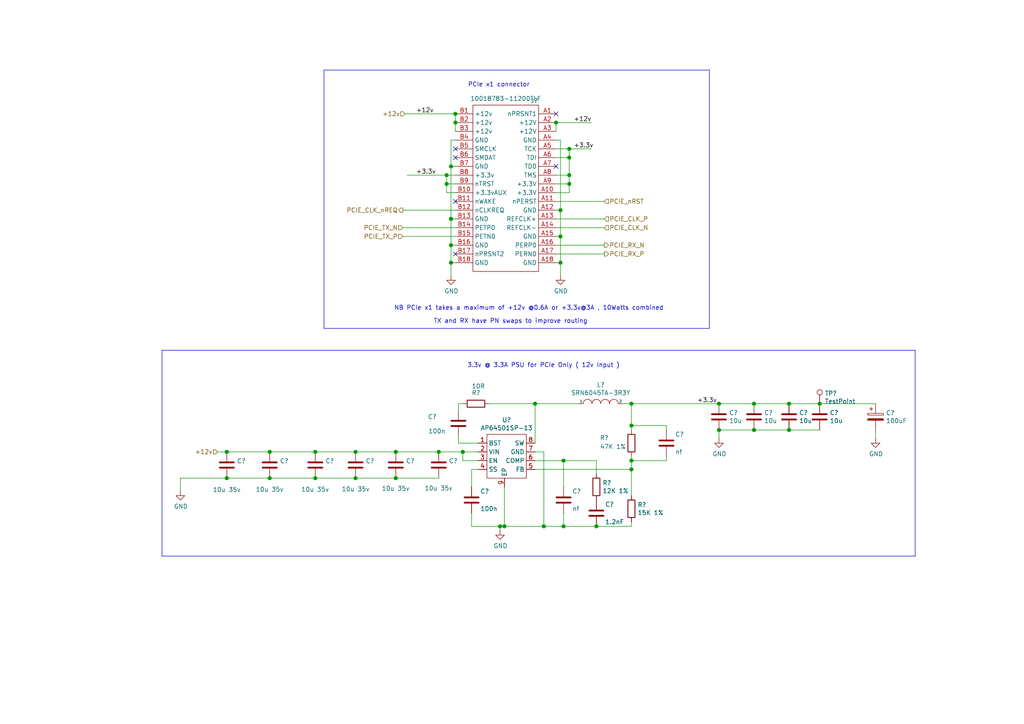
<source format=kicad_sch>
(kicad_sch (version 20201015) (generator eeschema)

  (page 1 1)

  (paper "A4")

  (title_block
    (title "Compute Module 4 IO Board - PCIe")
    (rev "1")
    (company "(c) Raspberry Pi Trading 2020")
    (comment 1 "www.raspberrypi.org")
  )

  (lib_symbols
    (symbol "CM4IO:AP64351" (in_bom yes) (on_board yes)
      (property "Reference" "U" (id 0) (at 0 8.89 0)
        (effects (font (size 1.27 1.27)))
      )
      (property "Value" "AP64351" (id 1) (at 1.27 6.35 0)
        (effects (font (size 1.27 1.27)))
      )
      (property "Footprint" "Package_SO:SOIC-8-1EP_3.9x4.9mm_P1.27mm_EP2.95x4.9mm_Mask2.71x3.4mm_ThermalVias" (id 2) (at 0 0 0)
        (effects (font (size 1.27 1.27)) hide)
      )
      (property "Datasheet" "" (id 3) (at 0 0 0)
        (effects (font (size 1.27 1.27)) hide)
      )
      (symbol "AP64351_0_1"
        (rectangle (start -5.08 5.08) (end 6.35 -7.62)
          (stroke (width 0)) (fill (type none))
        )
      )
      (symbol "AP64351_1_1"
        (pin passive line (at -7.62 2.54 0) (length 2.54)
          (name "BST" (effects (font (size 1.27 1.27))))
          (number "1" (effects (font (size 1.27 1.27))))
        )
        (pin power_in line (at -7.62 0 0) (length 2.54)
          (name "VIN" (effects (font (size 1.27 1.27))))
          (number "2" (effects (font (size 1.27 1.27))))
        )
        (pin input line (at -7.62 -2.54 0) (length 2.54)
          (name "EN" (effects (font (size 1.27 1.27))))
          (number "3" (effects (font (size 1.27 1.27))))
        )
        (pin input line (at -7.62 -5.08 0) (length 2.54)
          (name "SS" (effects (font (size 1.27 1.27))))
          (number "4" (effects (font (size 1.27 1.27))))
        )
        (pin input line (at 8.89 -5.08 180) (length 2.54)
          (name "FB" (effects (font (size 1.27 1.27))))
          (number "5" (effects (font (size 1.27 1.27))))
        )
        (pin input line (at 8.89 -2.54 180) (length 2.54)
          (name "COMP" (effects (font (size 1.27 1.27))))
          (number "6" (effects (font (size 1.27 1.27))))
        )
        (pin power_in line (at 8.89 0 180) (length 2.54)
          (name "GND" (effects (font (size 1.27 1.27))))
          (number "7" (effects (font (size 1.27 1.27))))
        )
        (pin output line (at 8.89 2.54 180) (length 2.54)
          (name "SW" (effects (font (size 1.27 1.27))))
          (number "8" (effects (font (size 1.27 1.27))))
        )
        (pin passive line (at 0 -10.16 90) (length 2.54)
          (name "EP" (effects (font (size 1.27 1.27))))
          (number "9" (effects (font (size 1.27 1.27))))
        )
      )
    )
    (symbol "CM4IO:PCIe-x1" (in_bom yes) (on_board yes)
      (property "Reference" "J" (id 0) (at -13.97 36.83 0)
        (effects (font (size 1.27 1.27)))
      )
      (property "Value" "PCIe-x1" (id 1) (at -5.08 -13.97 0)
        (effects (font (size 1.27 1.27)))
      )
      (property "Footprint" "" (id 2) (at 0 0 0)
        (effects (font (size 1.27 1.27)) hide)
      )
      (property "Datasheet" "" (id 3) (at 0 0 0)
        (effects (font (size 1.27 1.27)) hide)
      )
      (symbol "PCIe-x1_0_1"
        (rectangle (start -13.97 35.56) (end 5.08 -12.7)
          (stroke (width 0)) (fill (type none))
        )
      )
      (symbol "PCIe-x1_0_0"
        (pin passive line (at 10.16 33.02 180) (length 5.08)
          (name "nPRSNT1" (effects (font (size 1.27 1.27))))
          (number "A1" (effects (font (size 1.27 1.27))))
        )
        (pin power_in line (at 10.16 10.16 180) (length 5.08)
          (name "+3.3V" (effects (font (size 1.27 1.27))))
          (number "A10" (effects (font (size 1.27 1.27))))
        )
        (pin input line (at 10.16 7.62 180) (length 5.08)
          (name "nPERST" (effects (font (size 1.27 1.27))))
          (number "A11" (effects (font (size 1.27 1.27))))
        )
        (pin power_in line (at 10.16 5.08 180) (length 5.08)
          (name "GND" (effects (font (size 1.27 1.27))))
          (number "A12" (effects (font (size 1.27 1.27))))
        )
        (pin input line (at 10.16 2.54 180) (length 5.08)
          (name "REFCLK+" (effects (font (size 1.27 1.27))))
          (number "A13" (effects (font (size 1.27 1.27))))
        )
        (pin input line (at 10.16 0 180) (length 5.08)
          (name "REFCLK-" (effects (font (size 1.27 1.27))))
          (number "A14" (effects (font (size 1.27 1.27))))
        )
        (pin power_in line (at 10.16 -2.54 180) (length 5.08)
          (name "GND" (effects (font (size 1.27 1.27))))
          (number "A15" (effects (font (size 1.27 1.27))))
        )
        (pin output line (at 10.16 -5.08 180) (length 5.08)
          (name "PERP0" (effects (font (size 1.27 1.27))))
          (number "A16" (effects (font (size 1.27 1.27))))
        )
        (pin output line (at 10.16 -7.62 180) (length 5.08)
          (name "PERN0" (effects (font (size 1.27 1.27))))
          (number "A17" (effects (font (size 1.27 1.27))))
        )
        (pin power_in line (at 10.16 -10.16 180) (length 5.08)
          (name "GND" (effects (font (size 1.27 1.27))))
          (number "A18" (effects (font (size 1.27 1.27))))
        )
        (pin power_in line (at 10.16 30.48 180) (length 5.08)
          (name "+12V" (effects (font (size 1.27 1.27))))
          (number "A2" (effects (font (size 1.27 1.27))))
        )
        (pin power_in line (at 10.16 27.94 180) (length 5.08)
          (name "+12V" (effects (font (size 1.27 1.27))))
          (number "A3" (effects (font (size 1.27 1.27))))
        )
        (pin power_in line (at 10.16 25.4 180) (length 5.08)
          (name "GND" (effects (font (size 1.27 1.27))))
          (number "A4" (effects (font (size 1.27 1.27))))
        )
        (pin input line (at 10.16 22.86 180) (length 5.08)
          (name "TCK" (effects (font (size 1.27 1.27))))
          (number "A5" (effects (font (size 1.27 1.27))))
        )
        (pin input line (at 10.16 20.32 180) (length 5.08)
          (name "TDI" (effects (font (size 1.27 1.27))))
          (number "A6" (effects (font (size 1.27 1.27))))
        )
        (pin output line (at 10.16 17.78 180) (length 5.08)
          (name "TD0" (effects (font (size 1.27 1.27))))
          (number "A7" (effects (font (size 1.27 1.27))))
        )
        (pin input line (at 10.16 15.24 180) (length 5.08)
          (name "TMS" (effects (font (size 1.27 1.27))))
          (number "A8" (effects (font (size 1.27 1.27))))
        )
        (pin power_in line (at 10.16 12.7 180) (length 5.08)
          (name "+3.3V" (effects (font (size 1.27 1.27))))
          (number "A9" (effects (font (size 1.27 1.27))))
        )
        (pin power_in line (at -19.05 33.02 0) (length 5.08)
          (name "+12v" (effects (font (size 1.27 1.27))))
          (number "B1" (effects (font (size 1.27 1.27))))
        )
        (pin power_in line (at -19.05 10.16 0) (length 5.08)
          (name "+3.3vAUX" (effects (font (size 1.27 1.27))))
          (number "B10" (effects (font (size 1.27 1.27))))
        )
        (pin open_collector line (at -19.05 7.62 0) (length 5.08)
          (name "nWAKE" (effects (font (size 1.27 1.27))))
          (number "B11" (effects (font (size 1.27 1.27))))
        )
        (pin open_collector line (at -19.05 5.08 0) (length 5.08)
          (name "nCLKREQ" (effects (font (size 1.27 1.27))))
          (number "B12" (effects (font (size 1.27 1.27))))
        )
        (pin power_in line (at -19.05 2.54 0) (length 5.08)
          (name "GND" (effects (font (size 1.27 1.27))))
          (number "B13" (effects (font (size 1.27 1.27))))
        )
        (pin input line (at -19.05 0 0) (length 5.08)
          (name "PETP0" (effects (font (size 1.27 1.27))))
          (number "B14" (effects (font (size 1.27 1.27))))
        )
        (pin input line (at -19.05 -2.54 0) (length 5.08)
          (name "PETN0" (effects (font (size 1.27 1.27))))
          (number "B15" (effects (font (size 1.27 1.27))))
        )
        (pin power_in line (at -19.05 -5.08 0) (length 5.08)
          (name "GND" (effects (font (size 1.27 1.27))))
          (number "B16" (effects (font (size 1.27 1.27))))
        )
        (pin passive line (at -19.05 -7.62 0) (length 5.08)
          (name "nPRSNT2" (effects (font (size 1.27 1.27))))
          (number "B17" (effects (font (size 1.27 1.27))))
        )
        (pin power_in line (at -19.05 -10.16 0) (length 5.08)
          (name "GND" (effects (font (size 1.27 1.27))))
          (number "B18" (effects (font (size 1.27 1.27))))
        )
        (pin power_in line (at -19.05 30.48 0) (length 5.08)
          (name "+12v" (effects (font (size 1.27 1.27))))
          (number "B2" (effects (font (size 1.27 1.27))))
        )
        (pin power_in line (at -19.05 27.94 0) (length 5.08)
          (name "+12v" (effects (font (size 1.27 1.27))))
          (number "B3" (effects (font (size 1.27 1.27))))
        )
        (pin power_in line (at -19.05 25.4 0) (length 5.08)
          (name "GND" (effects (font (size 1.27 1.27))))
          (number "B4" (effects (font (size 1.27 1.27))))
        )
        (pin passive line (at -19.05 22.86 0) (length 5.08)
          (name "SMCLK" (effects (font (size 1.27 1.27))))
          (number "B5" (effects (font (size 1.27 1.27))))
        )
        (pin passive line (at -19.05 20.32 0) (length 5.08)
          (name "SMDAT" (effects (font (size 1.27 1.27))))
          (number "B6" (effects (font (size 1.27 1.27))))
        )
        (pin power_in line (at -19.05 17.78 0) (length 5.08)
          (name "GND" (effects (font (size 1.27 1.27))))
          (number "B7" (effects (font (size 1.27 1.27))))
        )
        (pin power_in line (at -19.05 15.24 0) (length 5.08)
          (name "+3.3v" (effects (font (size 1.27 1.27))))
          (number "B8" (effects (font (size 1.27 1.27))))
        )
        (pin input line (at -19.05 12.7 0) (length 5.08)
          (name "nTRST" (effects (font (size 1.27 1.27))))
          (number "B9" (effects (font (size 1.27 1.27))))
        )
      )
    )
    (symbol "Connector:TestPoint" (pin_numbers hide) (pin_names (offset 0.762) hide) (in_bom yes) (on_board yes)
      (property "Reference" "TP" (id 0) (at 0 6.858 0)
        (effects (font (size 1.27 1.27)))
      )
      (property "Value" "TestPoint" (id 1) (at 0 5.08 0)
        (effects (font (size 1.27 1.27)))
      )
      (property "Footprint" "" (id 2) (at 5.08 0 0)
        (effects (font (size 1.27 1.27)) hide)
      )
      (property "Datasheet" "~" (id 3) (at 5.08 0 0)
        (effects (font (size 1.27 1.27)) hide)
      )
      (property "ki_keywords" "test point tp" (id 4) (at 0 0 0)
        (effects (font (size 1.27 1.27)) hide)
      )
      (property "ki_description" "test point" (id 5) (at 0 0 0)
        (effects (font (size 1.27 1.27)) hide)
      )
      (property "ki_fp_filters" "Pin* Test*" (id 6) (at 0 0 0)
        (effects (font (size 1.27 1.27)) hide)
      )
      (symbol "TestPoint_0_1"
        (circle (center 0 3.302) (radius 0.762) (stroke (width 0)) (fill (type none)))
      )
      (symbol "TestPoint_1_1"
        (pin passive line (at 0 0 90) (length 2.54)
          (name "1" (effects (font (size 1.27 1.27))))
          (number "1" (effects (font (size 1.27 1.27))))
        )
      )
    )
    (symbol "Device:C" (pin_numbers hide) (pin_names (offset 0.254)) (in_bom yes) (on_board yes)
      (property "Reference" "C" (id 0) (at 0.635 2.54 0)
        (effects (font (size 1.27 1.27)) (justify left))
      )
      (property "Value" "C" (id 1) (at 0.635 -2.54 0)
        (effects (font (size 1.27 1.27)) (justify left))
      )
      (property "Footprint" "" (id 2) (at 0.9652 -3.81 0)
        (effects (font (size 1.27 1.27)) hide)
      )
      (property "Datasheet" "~" (id 3) (at 0 0 0)
        (effects (font (size 1.27 1.27)) hide)
      )
      (property "ki_keywords" "cap capacitor" (id 4) (at 0 0 0)
        (effects (font (size 1.27 1.27)) hide)
      )
      (property "ki_description" "Unpolarized capacitor" (id 5) (at 0 0 0)
        (effects (font (size 1.27 1.27)) hide)
      )
      (property "ki_fp_filters" "C_*" (id 6) (at 0 0 0)
        (effects (font (size 1.27 1.27)) hide)
      )
      (symbol "C_0_1"
        (polyline
          (pts
            (xy -2.032 -0.762)
            (xy 2.032 -0.762)
          )
          (stroke (width 0.508)) (fill (type none))
        )
        (polyline
          (pts
            (xy -2.032 0.762)
            (xy 2.032 0.762)
          )
          (stroke (width 0.508)) (fill (type none))
        )
      )
      (symbol "C_1_1"
        (pin passive line (at 0 3.81 270) (length 2.794)
          (name "~" (effects (font (size 1.27 1.27))))
          (number "1" (effects (font (size 1.27 1.27))))
        )
        (pin passive line (at 0 -3.81 90) (length 2.794)
          (name "~" (effects (font (size 1.27 1.27))))
          (number "2" (effects (font (size 1.27 1.27))))
        )
      )
    )
    (symbol "Device:CP" (pin_numbers hide) (pin_names (offset 0.254)) (in_bom yes) (on_board yes)
      (property "Reference" "C" (id 0) (at 0.635 2.54 0)
        (effects (font (size 1.27 1.27)) (justify left))
      )
      (property "Value" "CP" (id 1) (at 0.635 -2.54 0)
        (effects (font (size 1.27 1.27)) (justify left))
      )
      (property "Footprint" "" (id 2) (at 0.9652 -3.81 0)
        (effects (font (size 1.27 1.27)) hide)
      )
      (property "Datasheet" "~" (id 3) (at 0 0 0)
        (effects (font (size 1.27 1.27)) hide)
      )
      (property "ki_keywords" "cap capacitor" (id 4) (at 0 0 0)
        (effects (font (size 1.27 1.27)) hide)
      )
      (property "ki_description" "Polarized capacitor" (id 5) (at 0 0 0)
        (effects (font (size 1.27 1.27)) hide)
      )
      (property "ki_fp_filters" "CP_*" (id 6) (at 0 0 0)
        (effects (font (size 1.27 1.27)) hide)
      )
      (symbol "CP_0_1"
        (rectangle (start -2.286 0.508) (end 2.286 1.016)
          (stroke (width 0)) (fill (type none))
        )
        (rectangle (start 2.286 -0.508) (end -2.286 -1.016)
          (stroke (width 0)) (fill (type outline))
        )
        (polyline
          (pts
            (xy -1.778 2.286)
            (xy -0.762 2.286)
          )
          (stroke (width 0)) (fill (type none))
        )
        (polyline
          (pts
            (xy -1.27 2.794)
            (xy -1.27 1.778)
          )
          (stroke (width 0)) (fill (type none))
        )
      )
      (symbol "CP_1_1"
        (pin passive line (at 0 3.81 270) (length 2.794)
          (name "~" (effects (font (size 1.27 1.27))))
          (number "1" (effects (font (size 1.27 1.27))))
        )
        (pin passive line (at 0 -3.81 90) (length 2.794)
          (name "~" (effects (font (size 1.27 1.27))))
          (number "2" (effects (font (size 1.27 1.27))))
        )
      )
    )
    (symbol "Device:R" (pin_numbers hide) (pin_names (offset 0)) (in_bom yes) (on_board yes)
      (property "Reference" "R" (id 0) (at 2.032 0 90)
        (effects (font (size 1.27 1.27)))
      )
      (property "Value" "R" (id 1) (at 0 0 90)
        (effects (font (size 1.27 1.27)))
      )
      (property "Footprint" "" (id 2) (at -1.778 0 90)
        (effects (font (size 1.27 1.27)) hide)
      )
      (property "Datasheet" "~" (id 3) (at 0 0 0)
        (effects (font (size 1.27 1.27)) hide)
      )
      (property "ki_keywords" "R res resistor" (id 4) (at 0 0 0)
        (effects (font (size 1.27 1.27)) hide)
      )
      (property "ki_description" "Resistor" (id 5) (at 0 0 0)
        (effects (font (size 1.27 1.27)) hide)
      )
      (property "ki_fp_filters" "R_*" (id 6) (at 0 0 0)
        (effects (font (size 1.27 1.27)) hide)
      )
      (symbol "R_0_1"
        (rectangle (start -1.016 -2.54) (end 1.016 2.54)
          (stroke (width 0.254)) (fill (type none))
        )
      )
      (symbol "R_1_1"
        (pin passive line (at 0 3.81 270) (length 1.27)
          (name "~" (effects (font (size 1.27 1.27))))
          (number "1" (effects (font (size 1.27 1.27))))
        )
        (pin passive line (at 0 -3.81 90) (length 1.27)
          (name "~" (effects (font (size 1.27 1.27))))
          (number "2" (effects (font (size 1.27 1.27))))
        )
      )
    )
    (symbol "power:GND" (power) (pin_names (offset 0)) (in_bom yes) (on_board yes)
      (property "Reference" "#PWR" (id 0) (at 0 -6.35 0)
        (effects (font (size 1.27 1.27)) hide)
      )
      (property "Value" "GND" (id 1) (at 0 -3.81 0)
        (effects (font (size 1.27 1.27)))
      )
      (property "Footprint" "" (id 2) (at 0 0 0)
        (effects (font (size 1.27 1.27)) hide)
      )
      (property "Datasheet" "" (id 3) (at 0 0 0)
        (effects (font (size 1.27 1.27)) hide)
      )
      (property "ki_keywords" "power-flag" (id 4) (at 0 0 0)
        (effects (font (size 1.27 1.27)) hide)
      )
      (property "ki_description" "Power symbol creates a global label with name \"GND\" , ground" (id 5) (at 0 0 0)
        (effects (font (size 1.27 1.27)) hide)
      )
      (symbol "GND_0_1"
        (polyline
          (pts
            (xy 0 0)
            (xy 0 -1.27)
            (xy 1.27 -1.27)
            (xy 0 -2.54)
            (xy -1.27 -1.27)
            (xy 0 -1.27)
          )
          (stroke (width 0)) (fill (type none))
        )
      )
      (symbol "GND_1_1"
        (pin power_in line (at 0 0 270) (length 0) hide
          (name "GND" (effects (font (size 1.27 1.27))))
          (number "1" (effects (font (size 1.27 1.27))))
        )
      )
    )
    (symbol "pspice:INDUCTOR" (pin_numbers hide) (pin_names (offset 0)) (in_bom yes) (on_board yes)
      (property "Reference" "L" (id 0) (at 0 2.54 0)
        (effects (font (size 1.27 1.27)))
      )
      (property "Value" "INDUCTOR" (id 1) (at 0 -1.27 0)
        (effects (font (size 1.27 1.27)))
      )
      (property "Footprint" "" (id 2) (at 0 0 0)
        (effects (font (size 1.27 1.27)) hide)
      )
      (property "Datasheet" "~" (id 3) (at 0 0 0)
        (effects (font (size 1.27 1.27)) hide)
      )
      (property "ki_keywords" "simulation" (id 4) (at 0 0 0)
        (effects (font (size 1.27 1.27)) hide)
      )
      (property "ki_description" "Inductor symbol for simulation only" (id 5) (at 0 0 0)
        (effects (font (size 1.27 1.27)) hide)
      )
      (symbol "INDUCTOR_0_1"
        (arc (start -2.54 0) (end -5.08 0) (radius (at -3.81 0) (length 1.27) (angles 0.1 179.9))
          (stroke (width 0)) (fill (type none))
        )
        (arc (start 0 0) (end -2.54 0) (radius (at -1.27 0) (length 1.27) (angles 0.1 179.9))
          (stroke (width 0)) (fill (type none))
        )
        (arc (start 2.54 0) (end 0 0) (radius (at 1.27 0) (length 1.27) (angles 0.1 179.9))
          (stroke (width 0)) (fill (type none))
        )
        (arc (start 5.08 0) (end 2.54 0) (radius (at 3.81 0) (length 1.27) (angles 0.1 179.9))
          (stroke (width 0)) (fill (type none))
        )
      )
      (symbol "INDUCTOR_1_1"
        (pin input line (at -6.35 0 0) (length 1.27)
          (name "1" (effects (font (size 0.762 0.762))))
          (number "1" (effects (font (size 0.762 0.762))))
        )
        (pin input line (at 6.35 0 180) (length 1.27)
          (name "2" (effects (font (size 0.762 0.762))))
          (number "2" (effects (font (size 0.762 0.762))))
        )
      )
    )
  )

  (junction (at 65.786 131.064) (diameter 1.016) (color 0 0 0 0))
  (junction (at 65.786 138.684) (diameter 1.016) (color 0 0 0 0))
  (junction (at 78.232 131.064) (diameter 1.016) (color 0 0 0 0))
  (junction (at 78.232 138.684) (diameter 1.016) (color 0 0 0 0))
  (junction (at 91.44 131.064) (diameter 1.016) (color 0 0 0 0))
  (junction (at 91.44 138.684) (diameter 1.016) (color 0 0 0 0))
  (junction (at 103.124 131.064) (diameter 1.016) (color 0 0 0 0))
  (junction (at 103.124 138.684) (diameter 1.016) (color 0 0 0 0))
  (junction (at 114.808 131.064) (diameter 1.016) (color 0 0 0 0))
  (junction (at 114.808 138.684) (diameter 1.016) (color 0 0 0 0))
  (junction (at 127.254 131.064) (diameter 1.016) (color 0 0 0 0))
  (junction (at 129.54 50.8) (diameter 1.016) (color 0 0 0 0))
  (junction (at 129.54 53.34) (diameter 1.016) (color 0 0 0 0))
  (junction (at 130.81 48.26) (diameter 1.016) (color 0 0 0 0))
  (junction (at 130.81 63.5) (diameter 1.016) (color 0 0 0 0))
  (junction (at 130.81 71.12) (diameter 1.016) (color 0 0 0 0))
  (junction (at 130.81 76.2) (diameter 1.016) (color 0 0 0 0))
  (junction (at 132.08 33.02) (diameter 1.016) (color 0 0 0 0))
  (junction (at 132.08 35.56) (diameter 1.016) (color 0 0 0 0))
  (junction (at 134.239 131.064) (diameter 1.016) (color 0 0 0 0))
  (junction (at 145.034 152.654) (diameter 1.016) (color 0 0 0 0))
  (junction (at 146.304 152.654) (diameter 1.016) (color 0 0 0 0))
  (junction (at 155.194 117.094) (diameter 1.016) (color 0 0 0 0))
  (junction (at 157.734 152.654) (diameter 1.016) (color 0 0 0 0))
  (junction (at 161.29 35.56) (diameter 1.016) (color 0 0 0 0))
  (junction (at 162.56 60.96) (diameter 1.016) (color 0 0 0 0))
  (junction (at 162.56 68.58) (diameter 1.016) (color 0 0 0 0))
  (junction (at 162.56 76.2) (diameter 1.016) (color 0 0 0 0))
  (junction (at 163.449 133.604) (diameter 1.016) (color 0 0 0 0))
  (junction (at 163.449 152.654) (diameter 1.016) (color 0 0 0 0))
  (junction (at 165.1 43.18) (diameter 1.016) (color 0 0 0 0))
  (junction (at 165.1 45.72) (diameter 1.016) (color 0 0 0 0))
  (junction (at 165.1 50.8) (diameter 1.016) (color 0 0 0 0))
  (junction (at 165.1 53.34) (diameter 1.016) (color 0 0 0 0))
  (junction (at 172.974 152.654) (diameter 1.016) (color 0 0 0 0))
  (junction (at 183.134 117.094) (diameter 1.016) (color 0 0 0 0))
  (junction (at 183.134 123.444) (diameter 1.016) (color 0 0 0 0))
  (junction (at 183.134 133.604) (diameter 1.016) (color 0 0 0 0))
  (junction (at 183.134 136.144) (diameter 1.016) (color 0 0 0 0))
  (junction (at 208.534 117.094) (diameter 1.016) (color 0 0 0 0))
  (junction (at 208.534 124.714) (diameter 1.016) (color 0 0 0 0))
  (junction (at 218.694 117.094) (diameter 1.016) (color 0 0 0 0))
  (junction (at 218.694 124.714) (diameter 1.016) (color 0 0 0 0))
  (junction (at 228.854 117.094) (diameter 1.016) (color 0 0 0 0))
  (junction (at 228.854 124.714) (diameter 1.016) (color 0 0 0 0))
  (junction (at 237.744 117.094) (diameter 1.016) (color 0 0 0 0))

  (no_connect (at 132.08 43.18))
  (no_connect (at 161.29 33.02))
  (no_connect (at 132.08 58.42))
  (no_connect (at 132.08 73.66))
  (no_connect (at 132.08 45.72))
  (no_connect (at 161.29 48.26))

  (wire (pts (xy 52.324 138.684) (xy 52.324 142.494))
    (stroke (width 0) (type solid) (color 0 0 0 0))
  )
  (wire (pts (xy 52.324 138.684) (xy 65.786 138.684))
    (stroke (width 0) (type solid) (color 0 0 0 0))
  )
  (wire (pts (xy 63.119 131.064) (xy 65.786 131.064))
    (stroke (width 0) (type solid) (color 0 0 0 0))
  )
  (wire (pts (xy 65.786 131.064) (xy 78.232 131.064))
    (stroke (width 0) (type solid) (color 0 0 0 0))
  )
  (wire (pts (xy 65.786 138.684) (xy 78.232 138.684))
    (stroke (width 0) (type solid) (color 0 0 0 0))
  )
  (wire (pts (xy 78.232 131.064) (xy 91.44 131.064))
    (stroke (width 0) (type solid) (color 0 0 0 0))
  )
  (wire (pts (xy 78.232 138.684) (xy 91.44 138.684))
    (stroke (width 0) (type solid) (color 0 0 0 0))
  )
  (wire (pts (xy 91.44 131.064) (xy 103.124 131.064))
    (stroke (width 0) (type solid) (color 0 0 0 0))
  )
  (wire (pts (xy 91.44 138.684) (xy 103.124 138.684))
    (stroke (width 0) (type solid) (color 0 0 0 0))
  )
  (wire (pts (xy 103.124 131.064) (xy 114.808 131.064))
    (stroke (width 0) (type solid) (color 0 0 0 0))
  )
  (wire (pts (xy 103.124 138.684) (xy 114.808 138.684))
    (stroke (width 0) (type solid) (color 0 0 0 0))
  )
  (wire (pts (xy 114.808 131.064) (xy 127.254 131.064))
    (stroke (width 0) (type solid) (color 0 0 0 0))
  )
  (wire (pts (xy 114.808 138.684) (xy 127.254 138.684))
    (stroke (width 0) (type solid) (color 0 0 0 0))
  )
  (wire (pts (xy 117.475 33.02) (xy 132.08 33.02))
    (stroke (width 0) (type solid) (color 0 0 0 0))
  )
  (wire (pts (xy 118.11 50.8) (xy 129.54 50.8))
    (stroke (width 0) (type solid) (color 0 0 0 0))
  )
  (wire (pts (xy 127.254 131.064) (xy 134.239 131.064))
    (stroke (width 0) (type solid) (color 0 0 0 0))
  )
  (wire (pts (xy 129.54 50.8) (xy 129.54 53.34))
    (stroke (width 0) (type solid) (color 0 0 0 0))
  )
  (wire (pts (xy 129.54 50.8) (xy 132.08 50.8))
    (stroke (width 0) (type solid) (color 0 0 0 0))
  )
  (wire (pts (xy 129.54 53.34) (xy 129.54 55.88))
    (stroke (width 0) (type solid) (color 0 0 0 0))
  )
  (wire (pts (xy 129.54 53.34) (xy 132.08 53.34))
    (stroke (width 0) (type solid) (color 0 0 0 0))
  )
  (wire (pts (xy 129.54 55.88) (xy 132.08 55.88))
    (stroke (width 0) (type solid) (color 0 0 0 0))
  )
  (wire (pts (xy 130.81 40.64) (xy 130.81 48.26))
    (stroke (width 0) (type solid) (color 0 0 0 0))
  )
  (wire (pts (xy 130.81 48.26) (xy 130.81 63.5))
    (stroke (width 0) (type solid) (color 0 0 0 0))
  )
  (wire (pts (xy 130.81 63.5) (xy 130.81 71.12))
    (stroke (width 0) (type solid) (color 0 0 0 0))
  )
  (wire (pts (xy 130.81 71.12) (xy 130.81 76.2))
    (stroke (width 0) (type solid) (color 0 0 0 0))
  )
  (wire (pts (xy 130.81 76.2) (xy 130.81 80.01))
    (stroke (width 0) (type solid) (color 0 0 0 0))
  )
  (wire (pts (xy 130.81 76.2) (xy 132.08 76.2))
    (stroke (width 0) (type solid) (color 0 0 0 0))
  )
  (wire (pts (xy 132.08 35.56) (xy 132.08 33.02))
    (stroke (width 0) (type solid) (color 0 0 0 0))
  )
  (wire (pts (xy 132.08 38.1) (xy 132.08 35.56))
    (stroke (width 0) (type solid) (color 0 0 0 0))
  )
  (wire (pts (xy 132.08 40.64) (xy 130.81 40.64))
    (stroke (width 0) (type solid) (color 0 0 0 0))
  )
  (wire (pts (xy 132.08 48.26) (xy 130.81 48.26))
    (stroke (width 0) (type solid) (color 0 0 0 0))
  )
  (wire (pts (xy 132.08 60.96) (xy 116.84 60.96))
    (stroke (width 0) (type solid) (color 0 0 0 0))
  )
  (wire (pts (xy 132.08 63.5) (xy 130.81 63.5))
    (stroke (width 0) (type solid) (color 0 0 0 0))
  )
  (wire (pts (xy 132.08 66.04) (xy 116.84 66.04))
    (stroke (width 0) (type solid) (color 0 0 0 0))
  )
  (wire (pts (xy 132.08 68.58) (xy 116.84 68.58))
    (stroke (width 0) (type solid) (color 0 0 0 0))
  )
  (wire (pts (xy 132.08 71.12) (xy 130.81 71.12))
    (stroke (width 0) (type solid) (color 0 0 0 0))
  )
  (wire (pts (xy 132.969 117.094) (xy 134.239 117.094))
    (stroke (width 0) (type solid) (color 0 0 0 0))
  )
  (wire (pts (xy 132.969 118.999) (xy 132.969 117.094))
    (stroke (width 0) (type solid) (color 0 0 0 0))
  )
  (wire (pts (xy 132.969 126.619) (xy 132.969 128.524))
    (stroke (width 0) (type solid) (color 0 0 0 0))
  )
  (wire (pts (xy 132.969 128.524) (xy 138.684 128.524))
    (stroke (width 0) (type solid) (color 0 0 0 0))
  )
  (wire (pts (xy 134.239 131.064) (xy 134.239 133.604))
    (stroke (width 0) (type solid) (color 0 0 0 0))
  )
  (wire (pts (xy 134.239 131.064) (xy 138.684 131.064))
    (stroke (width 0) (type solid) (color 0 0 0 0))
  )
  (wire (pts (xy 134.239 133.604) (xy 138.684 133.604))
    (stroke (width 0) (type solid) (color 0 0 0 0))
  )
  (wire (pts (xy 136.779 136.144) (xy 136.779 141.224))
    (stroke (width 0) (type solid) (color 0 0 0 0))
  )
  (wire (pts (xy 136.779 148.844) (xy 136.779 152.654))
    (stroke (width 0) (type solid) (color 0 0 0 0))
  )
  (wire (pts (xy 136.779 152.654) (xy 145.034 152.654))
    (stroke (width 0) (type solid) (color 0 0 0 0))
  )
  (wire (pts (xy 138.684 136.144) (xy 136.779 136.144))
    (stroke (width 0) (type solid) (color 0 0 0 0))
  )
  (wire (pts (xy 141.859 117.094) (xy 155.194 117.094))
    (stroke (width 0) (type solid) (color 0 0 0 0))
  )
  (wire (pts (xy 145.034 152.654) (xy 146.304 152.654))
    (stroke (width 0) (type solid) (color 0 0 0 0))
  )
  (wire (pts (xy 145.034 153.924) (xy 145.034 152.654))
    (stroke (width 0) (type solid) (color 0 0 0 0))
  )
  (wire (pts (xy 146.304 141.224) (xy 146.304 152.654))
    (stroke (width 0) (type solid) (color 0 0 0 0))
  )
  (wire (pts (xy 146.304 152.654) (xy 157.734 152.654))
    (stroke (width 0) (type solid) (color 0 0 0 0))
  )
  (wire (pts (xy 155.194 117.094) (xy 155.194 128.524))
    (stroke (width 0) (type solid) (color 0 0 0 0))
  )
  (wire (pts (xy 155.194 117.094) (xy 167.894 117.094))
    (stroke (width 0) (type solid) (color 0 0 0 0))
  )
  (wire (pts (xy 155.194 131.064) (xy 157.734 131.064))
    (stroke (width 0) (type solid) (color 0 0 0 0))
  )
  (wire (pts (xy 155.194 133.604) (xy 163.449 133.604))
    (stroke (width 0) (type solid) (color 0 0 0 0))
  )
  (wire (pts (xy 155.194 136.144) (xy 183.134 136.144))
    (stroke (width 0) (type solid) (color 0 0 0 0))
  )
  (wire (pts (xy 157.734 131.064) (xy 157.734 152.654))
    (stroke (width 0) (type solid) (color 0 0 0 0))
  )
  (wire (pts (xy 157.734 152.654) (xy 163.449 152.654))
    (stroke (width 0) (type solid) (color 0 0 0 0))
  )
  (wire (pts (xy 161.29 35.56) (xy 171.45 35.56))
    (stroke (width 0) (type solid) (color 0 0 0 0))
  )
  (wire (pts (xy 161.29 38.1) (xy 161.29 35.56))
    (stroke (width 0) (type solid) (color 0 0 0 0))
  )
  (wire (pts (xy 161.29 40.64) (xy 162.56 40.64))
    (stroke (width 0) (type solid) (color 0 0 0 0))
  )
  (wire (pts (xy 161.29 43.18) (xy 165.1 43.18))
    (stroke (width 0) (type solid) (color 0 0 0 0))
  )
  (wire (pts (xy 161.29 45.72) (xy 165.1 45.72))
    (stroke (width 0) (type solid) (color 0 0 0 0))
  )
  (wire (pts (xy 161.29 50.8) (xy 165.1 50.8))
    (stroke (width 0) (type solid) (color 0 0 0 0))
  )
  (wire (pts (xy 161.29 53.34) (xy 165.1 53.34))
    (stroke (width 0) (type solid) (color 0 0 0 0))
  )
  (wire (pts (xy 161.29 55.88) (xy 165.1 55.88))
    (stroke (width 0) (type solid) (color 0 0 0 0))
  )
  (wire (pts (xy 161.29 58.42) (xy 175.26 58.42))
    (stroke (width 0) (type solid) (color 0 0 0 0))
  )
  (wire (pts (xy 161.29 60.96) (xy 162.56 60.96))
    (stroke (width 0) (type solid) (color 0 0 0 0))
  )
  (wire (pts (xy 161.29 63.5) (xy 175.26 63.5))
    (stroke (width 0) (type solid) (color 0 0 0 0))
  )
  (wire (pts (xy 161.29 66.04) (xy 175.26 66.04))
    (stroke (width 0) (type solid) (color 0 0 0 0))
  )
  (wire (pts (xy 161.29 68.58) (xy 162.56 68.58))
    (stroke (width 0) (type solid) (color 0 0 0 0))
  )
  (wire (pts (xy 161.29 71.12) (xy 175.26 71.12))
    (stroke (width 0) (type solid) (color 0 0 0 0))
  )
  (wire (pts (xy 161.29 73.66) (xy 175.26 73.66))
    (stroke (width 0) (type solid) (color 0 0 0 0))
  )
  (wire (pts (xy 162.56 40.64) (xy 162.56 60.96))
    (stroke (width 0) (type solid) (color 0 0 0 0))
  )
  (wire (pts (xy 162.56 60.96) (xy 162.56 68.58))
    (stroke (width 0) (type solid) (color 0 0 0 0))
  )
  (wire (pts (xy 162.56 68.58) (xy 162.56 76.2))
    (stroke (width 0) (type solid) (color 0 0 0 0))
  )
  (wire (pts (xy 162.56 76.2) (xy 161.29 76.2))
    (stroke (width 0) (type solid) (color 0 0 0 0))
  )
  (wire (pts (xy 162.56 76.2) (xy 162.56 80.01))
    (stroke (width 0) (type solid) (color 0 0 0 0))
  )
  (wire (pts (xy 163.449 133.604) (xy 163.449 141.224))
    (stroke (width 0) (type solid) (color 0 0 0 0))
  )
  (wire (pts (xy 163.449 133.604) (xy 172.974 133.604))
    (stroke (width 0) (type solid) (color 0 0 0 0))
  )
  (wire (pts (xy 163.449 148.844) (xy 163.449 152.654))
    (stroke (width 0) (type solid) (color 0 0 0 0))
  )
  (wire (pts (xy 163.449 152.654) (xy 172.974 152.654))
    (stroke (width 0) (type solid) (color 0 0 0 0))
  )
  (wire (pts (xy 165.1 43.18) (xy 165.1 45.72))
    (stroke (width 0) (type solid) (color 0 0 0 0))
  )
  (wire (pts (xy 165.1 43.18) (xy 171.45 43.18))
    (stroke (width 0) (type solid) (color 0 0 0 0))
  )
  (wire (pts (xy 165.1 45.72) (xy 165.1 50.8))
    (stroke (width 0) (type solid) (color 0 0 0 0))
  )
  (wire (pts (xy 165.1 50.8) (xy 165.1 53.34))
    (stroke (width 0) (type solid) (color 0 0 0 0))
  )
  (wire (pts (xy 165.1 55.88) (xy 165.1 53.34))
    (stroke (width 0) (type solid) (color 0 0 0 0))
  )
  (wire (pts (xy 172.974 137.414) (xy 172.974 133.604))
    (stroke (width 0) (type solid) (color 0 0 0 0))
  )
  (wire (pts (xy 172.974 152.654) (xy 183.134 152.654))
    (stroke (width 0) (type solid) (color 0 0 0 0))
  )
  (wire (pts (xy 180.594 117.094) (xy 183.134 117.094))
    (stroke (width 0) (type solid) (color 0 0 0 0))
  )
  (wire (pts (xy 183.134 117.094) (xy 183.134 123.444))
    (stroke (width 0) (type solid) (color 0 0 0 0))
  )
  (wire (pts (xy 183.134 117.094) (xy 208.534 117.094))
    (stroke (width 0) (type solid) (color 0 0 0 0))
  )
  (wire (pts (xy 183.134 123.444) (xy 183.134 124.714))
    (stroke (width 0) (type solid) (color 0 0 0 0))
  )
  (wire (pts (xy 183.134 123.444) (xy 193.294 123.444))
    (stroke (width 0) (type solid) (color 0 0 0 0))
  )
  (wire (pts (xy 183.134 132.334) (xy 183.134 133.604))
    (stroke (width 0) (type solid) (color 0 0 0 0))
  )
  (wire (pts (xy 183.134 133.604) (xy 183.134 136.144))
    (stroke (width 0) (type solid) (color 0 0 0 0))
  )
  (wire (pts (xy 183.134 133.604) (xy 193.294 133.604))
    (stroke (width 0) (type solid) (color 0 0 0 0))
  )
  (wire (pts (xy 183.134 136.144) (xy 183.134 143.764))
    (stroke (width 0) (type solid) (color 0 0 0 0))
  )
  (wire (pts (xy 183.134 152.654) (xy 183.134 151.384))
    (stroke (width 0) (type solid) (color 0 0 0 0))
  )
  (wire (pts (xy 193.294 123.444) (xy 193.294 124.714))
    (stroke (width 0) (type solid) (color 0 0 0 0))
  )
  (wire (pts (xy 193.294 133.604) (xy 193.294 132.334))
    (stroke (width 0) (type solid) (color 0 0 0 0))
  )
  (wire (pts (xy 208.534 117.094) (xy 218.694 117.094))
    (stroke (width 0) (type solid) (color 0 0 0 0))
  )
  (wire (pts (xy 208.534 124.714) (xy 208.534 127.254))
    (stroke (width 0) (type solid) (color 0 0 0 0))
  )
  (wire (pts (xy 218.694 117.094) (xy 228.854 117.094))
    (stroke (width 0) (type solid) (color 0 0 0 0))
  )
  (wire (pts (xy 218.694 124.714) (xy 208.534 124.714))
    (stroke (width 0) (type solid) (color 0 0 0 0))
  )
  (wire (pts (xy 228.854 117.094) (xy 237.744 117.094))
    (stroke (width 0) (type solid) (color 0 0 0 0))
  )
  (wire (pts (xy 228.854 124.714) (xy 218.694 124.714))
    (stroke (width 0) (type solid) (color 0 0 0 0))
  )
  (wire (pts (xy 237.744 117.094) (xy 253.9492 117.094))
    (stroke (width 0) (type solid) (color 0 0 0 0))
  )
  (wire (pts (xy 237.744 124.714) (xy 228.854 124.714))
    (stroke (width 0) (type solid) (color 0 0 0 0))
  )
  (wire (pts (xy 253.9492 124.714) (xy 253.9492 127.254))
    (stroke (width 0) (type solid) (color 0 0 0 0))
  )
  (polyline (pts (xy 46.99 101.6) (xy 46.99 161.29))
    (stroke (width 0) (type solid) (color 0 0 0 0))
  )
  (polyline (pts (xy 46.99 101.6) (xy 265.43 101.6))
    (stroke (width 0) (type solid) (color 0 0 0 0))
  )
  (polyline (pts (xy 93.98 20.32) (xy 205.74 20.32))
    (stroke (width 0) (type solid) (color 0 0 0 0))
  )
  (polyline (pts (xy 93.98 95.25) (xy 93.98 20.32))
    (stroke (width 0) (type solid) (color 0 0 0 0))
  )
  (polyline (pts (xy 205.74 20.32) (xy 205.74 95.25))
    (stroke (width 0) (type solid) (color 0 0 0 0))
  )
  (polyline (pts (xy 205.74 95.25) (xy 93.98 95.25))
    (stroke (width 0) (type solid) (color 0 0 0 0))
  )
  (polyline (pts (xy 265.43 101.6) (xy 265.43 161.29))
    (stroke (width 0) (type solid) (color 0 0 0 0))
  )
  (polyline (pts (xy 265.43 161.29) (xy 46.99 161.29))
    (stroke (width 0) (type solid) (color 0 0 0 0))
  )

  (text "NB PCIe x1 takes a maximum of +12v @0.6A or +3.3v@3A , 10Watts combined"
    (at 114.3 90.17 0)
    (effects (font (size 1.27 1.27)) (justify left bottom))
  )
  (text "TX and RX have PN swaps to improve routing\n" (at 125.73 93.98 0)
    (effects (font (size 1.27 1.27)) (justify left bottom))
  )
  (text "3.3v @ 3.3A PSU for PCIe Only ( 12v Input )\n\n" (at 135.509 108.839 0)
    (effects (font (size 1.27 1.27)) (justify left bottom))
  )
  (text "PCIe x1 connector" (at 153.67 25.4 180)
    (effects (font (size 1.27 1.27)) (justify right bottom))
  )

  (label "+12v" (at 120.65 33.02 0)
    (effects (font (size 1.27 1.27)) (justify left bottom))
  )
  (label "+3.3v" (at 120.65 50.8 0)
    (effects (font (size 1.27 1.27)) (justify left bottom))
  )
  (label "+12v" (at 166.37 35.56 0)
    (effects (font (size 1.27 1.27)) (justify left bottom))
  )
  (label "+3.3v" (at 166.37 43.18 0)
    (effects (font (size 1.27 1.27)) (justify left bottom))
  )
  (label "+3.3v" (at 202.184 117.094 0)
    (effects (font (size 1.27 1.27)) (justify left bottom))
  )

  (hierarchical_label "+12v" (shape input) (at 63.119 131.064 180)
    (effects (font (size 1.27 1.27)) (justify right))
  )
  (hierarchical_label "PCIE_CLK_nREQ" (shape output) (at 116.84 60.96 180)
    (effects (font (size 1.27 1.27)) (justify right))
  )
  (hierarchical_label "PCIE_TX_N" (shape input) (at 116.84 66.04 180)
    (effects (font (size 1.27 1.27)) (justify right))
  )
  (hierarchical_label "PCIE_TX_P" (shape input) (at 116.84 68.58 180)
    (effects (font (size 1.27 1.27)) (justify right))
  )
  (hierarchical_label "+12v" (shape input) (at 117.475 33.02 180)
    (effects (font (size 1.27 1.27)) (justify right))
  )
  (hierarchical_label "PCIE_nRST" (shape input) (at 175.26 58.42 0)
    (effects (font (size 1.27 1.27)) (justify left))
  )
  (hierarchical_label "PCIE_CLK_P" (shape input) (at 175.26 63.5 0)
    (effects (font (size 1.27 1.27)) (justify left))
  )
  (hierarchical_label "PCIE_CLK_N" (shape input) (at 175.26 66.04 0)
    (effects (font (size 1.27 1.27)) (justify left))
  )
  (hierarchical_label "PCIE_RX_N" (shape output) (at 175.26 71.12 0)
    (effects (font (size 1.27 1.27)) (justify left))
  )
  (hierarchical_label "PCIE_RX_P" (shape output) (at 175.26 73.66 0)
    (effects (font (size 1.27 1.27)) (justify left))
  )

  (symbol (lib_id "Connector:TestPoint") (at 237.744 117.094 0) (unit 1)
    (in_bom yes) (on_board yes)
    (uuid "00000000-0000-0000-0000-00005e591faa")
    (property "Reference" "TP?" (id 0) (at 239.2172 114.0968 0)
      (effects (font (size 1.27 1.27)) (justify left))
    )
    (property "Value" "TestPoint" (id 1) (at 239.2172 116.4082 0)
      (effects (font (size 1.27 1.27)) (justify left))
    )
    (property "Footprint" "TestPoint:TestPoint_Pad_2.0x2.0mm" (id 2) (at 242.824 117.094 0)
      (effects (font (size 1.27 1.27)) hide)
    )
    (property "Datasheet" "" (id 3) (at 242.824 117.094 0)
      (effects (font (size 1.27 1.27)) hide)
    )
    (property "Field4" "nf" (id 4) (at 237.744 117.094 0)
      (effects (font (size 1.27 1.27)) hide)
    )
    (property "Field5" "nf" (id 5) (at 237.744 117.094 0)
      (effects (font (size 1.27 1.27)) hide)
    )
    (property "Field6" "nf" (id 6) (at 237.744 117.094 0)
      (effects (font (size 1.27 1.27)) hide)
    )
    (property "Field7" "nf" (id 7) (at 237.744 117.094 0)
      (effects (font (size 1.27 1.27)) hide)
    )
  )

  (symbol (lib_id "power:GND") (at 52.324 142.494 0) (unit 1)
    (in_bom yes) (on_board yes)
    (uuid "00000000-0000-0000-0000-00005d2a86bc")
    (property "Reference" "#PWR?" (id 0) (at 52.324 148.844 0)
      (effects (font (size 1.27 1.27)) hide)
    )
    (property "Value" "GND" (id 1) (at 52.451 146.8882 0))
    (property "Footprint" "" (id 2) (at 52.324 142.494 0)
      (effects (font (size 1.27 1.27)) hide)
    )
    (property "Datasheet" "" (id 3) (at 52.324 142.494 0)
      (effects (font (size 1.27 1.27)) hide)
    )
  )

  (symbol (lib_id "power:GND") (at 130.81 80.01 0) (unit 1)
    (in_bom yes) (on_board yes)
    (uuid "00000000-0000-0000-0000-00005d08bc2b")
    (property "Reference" "#PWR?" (id 0) (at 130.81 86.36 0)
      (effects (font (size 1.27 1.27)) hide)
    )
    (property "Value" "GND" (id 1) (at 130.937 84.4042 0))
    (property "Footprint" "" (id 2) (at 130.81 80.01 0)
      (effects (font (size 1.27 1.27)) hide)
    )
    (property "Datasheet" "" (id 3) (at 130.81 80.01 0)
      (effects (font (size 1.27 1.27)) hide)
    )
  )

  (symbol (lib_id "power:GND") (at 145.034 153.924 0) (unit 1)
    (in_bom yes) (on_board yes)
    (uuid "00000000-0000-0000-0000-00005e489f64")
    (property "Reference" "#PWR?" (id 0) (at 145.034 160.274 0)
      (effects (font (size 1.27 1.27)) hide)
    )
    (property "Value" "GND" (id 1) (at 145.161 158.3182 0))
    (property "Footprint" "" (id 2) (at 145.034 153.924 0)
      (effects (font (size 1.27 1.27)) hide)
    )
    (property "Datasheet" "" (id 3) (at 145.034 153.924 0)
      (effects (font (size 1.27 1.27)) hide)
    )
  )

  (symbol (lib_id "power:GND") (at 162.56 80.01 0) (unit 1)
    (in_bom yes) (on_board yes)
    (uuid "00000000-0000-0000-0000-00005d338c24")
    (property "Reference" "#PWR?" (id 0) (at 162.56 86.36 0)
      (effects (font (size 1.27 1.27)) hide)
    )
    (property "Value" "GND" (id 1) (at 162.687 84.4042 0))
    (property "Footprint" "" (id 2) (at 162.56 80.01 0)
      (effects (font (size 1.27 1.27)) hide)
    )
    (property "Datasheet" "" (id 3) (at 162.56 80.01 0)
      (effects (font (size 1.27 1.27)) hide)
    )
  )

  (symbol (lib_id "power:GND") (at 208.534 127.254 0) (unit 1)
    (in_bom yes) (on_board yes)
    (uuid "00000000-0000-0000-0000-00005e50d5fe")
    (property "Reference" "#PWR?" (id 0) (at 208.534 133.604 0)
      (effects (font (size 1.27 1.27)) hide)
    )
    (property "Value" "GND" (id 1) (at 208.661 131.6482 0))
    (property "Footprint" "" (id 2) (at 208.534 127.254 0)
      (effects (font (size 1.27 1.27)) hide)
    )
    (property "Datasheet" "" (id 3) (at 208.534 127.254 0)
      (effects (font (size 1.27 1.27)) hide)
    )
  )

  (symbol (lib_id "power:GND") (at 253.9492 127.254 0) (unit 1)
    (in_bom yes) (on_board yes)
    (uuid "36f92306-8078-43b8-b200-c08703b2f777")
    (property "Reference" "#PWR?" (id 0) (at 253.9492 133.604 0)
      (effects (font (size 1.27 1.27)) hide)
    )
    (property "Value" "GND" (id 1) (at 254.0762 131.6482 0))
    (property "Footprint" "" (id 2) (at 253.9492 127.254 0)
      (effects (font (size 1.27 1.27)) hide)
    )
    (property "Datasheet" "" (id 3) (at 253.9492 127.254 0)
      (effects (font (size 1.27 1.27)) hide)
    )
  )

  (symbol (lib_id "Device:R") (at 138.049 117.094 270) (unit 1)
    (in_bom yes) (on_board yes)
    (uuid "00000000-0000-0000-0000-00005e489f79")
    (property "Reference" "R?" (id 0) (at 136.779 113.919 90)
      (effects (font (size 1.27 1.27)) (justify left))
    )
    (property "Value" "10R" (id 1) (at 136.779 112.014 90)
      (effects (font (size 1.27 1.27)) (justify left))
    )
    (property "Footprint" "Resistor_SMD:R_0402_1005Metric" (id 2) (at 138.049 115.316 90)
      (effects (font (size 1.27 1.27)) hide)
    )
    (property "Datasheet" "https://fscdn.rohm.com/en/products/databook/datasheet/passive/resistor/chip_resistor/mcr-e.pdf" (id 3) (at 138.049 117.094 0)
      (effects (font (size 1.27 1.27)) hide)
    )
    (property "Field4" "Farnell" (id 4) (at 138.049 117.094 0)
      (effects (font (size 1.27 1.27)) hide)
    )
    (property "Field5" "9238999" (id 5) (at 138.049 117.094 0)
      (effects (font (size 1.27 1.27)) hide)
    )
    (property "Field7" "Yageo" (id 6) (at 138.049 117.094 0)
      (effects (font (size 1.27 1.27)) hide)
    )
    (property "Field6" "RC0402FR-0710RL" (id 7) (at 138.049 117.094 0)
      (effects (font (size 1.27 1.27)) hide)
    )
    (property "Field8" "URES00256" (id 8) (at 138.049 117.094 0)
      (effects (font (size 1.27 1.27)) hide)
    )
    (property "Part Description" "Resistor 10R M1005 1% 63mW" (id 9) (at 138.049 117.094 0)
      (effects (font (size 1.27 1.27)) hide)
    )
  )

  (symbol (lib_id "Device:R") (at 172.974 141.224 0) (unit 1)
    (in_bom yes) (on_board yes)
    (uuid "00000000-0000-0000-0000-00005e4b7379")
    (property "Reference" "R?" (id 0) (at 174.752 140.0556 0)
      (effects (font (size 1.27 1.27)) (justify left))
    )
    (property "Value" "12K 1%" (id 1) (at 174.752 142.367 0)
      (effects (font (size 1.27 1.27)) (justify left))
    )
    (property "Footprint" "Resistor_SMD:R_0402_1005Metric" (id 2) (at 171.196 141.224 90)
      (effects (font (size 1.27 1.27)) hide)
    )
    (property "Datasheet" "https://fscdn.rohm.com/en/products/databook/datasheet/passive/resistor/chip_resistor/mcr-e.pdf" (id 3) (at 172.974 141.224 0)
      (effects (font (size 1.27 1.27)) hide)
    )
    (property "Field4" "Farnell" (id 4) (at 172.974 141.224 0)
      (effects (font (size 1.27 1.27)) hide)
    )
    (property "Field5" "9239367" (id 5) (at 172.974 141.224 0)
      (effects (font (size 1.27 1.27)) hide)
    )
    (property "Field7" "Rohm" (id 6) (at 172.974 141.224 0)
      (effects (font (size 1.27 1.27)) hide)
    )
    (property "Field6" "MCR01MZPF1202" (id 7) (at 172.974 141.224 0)
      (effects (font (size 1.27 1.27)) hide)
    )
    (property "Part Description" "Resistor 12K M1005 1% 63mW" (id 8) (at 172.974 141.224 0)
      (effects (font (size 1.27 1.27)) hide)
    )
  )

  (symbol (lib_id "Device:R") (at 183.134 128.524 0) (unit 1)
    (in_bom yes) (on_board yes)
    (uuid "00000000-0000-0000-0000-00005e4be298")
    (property "Reference" "R?" (id 0) (at 173.99 127 0)
      (effects (font (size 1.27 1.27)) (justify left))
    )
    (property "Value" "47K 1%" (id 1) (at 173.99 129.54 0)
      (effects (font (size 1.27 1.27)) (justify left))
    )
    (property "Footprint" "Resistor_SMD:R_0402_1005Metric" (id 2) (at 181.356 128.524 90)
      (effects (font (size 1.27 1.27)) hide)
    )
    (property "Datasheet" "https://fscdn.rohm.com/en/products/databook/datasheet/passive/resistor/chip_resistor/mcr-e.pdf" (id 3) (at 183.134 128.524 0)
      (effects (font (size 1.27 1.27)) hide)
    )
    (property "Field4" "Farnell" (id 4) (at 183.134 128.524 0)
      (effects (font (size 1.27 1.27)) hide)
    )
    (property "Field5" "9239430" (id 5) (at 183.134 128.524 0)
      (effects (font (size 1.27 1.27)) hide)
    )
    (property "Field7" "KOA EUROPE GMBH" (id 6) (at 183.134 128.524 0)
      (effects (font (size 1.27 1.27)) hide)
    )
    (property "Field6" "RK73G1ETQTP4702D  " (id 7) (at 183.134 128.524 0)
      (effects (font (size 1.27 1.27)) hide)
    )
    (property "Part Description" "Resistor 47K M1005 1% 63mW" (id 8) (at 183.134 128.524 0)
      (effects (font (size 1.27 1.27)) hide)
    )
    (property "Field8" "120892781" (id 9) (at 183.134 128.524 0)
      (effects (font (size 1.27 1.27)) hide)
    )
  )

  (symbol (lib_id "Device:R") (at 183.134 147.574 0) (unit 1)
    (in_bom yes) (on_board yes)
    (uuid "00000000-0000-0000-0000-00005e489e2a")
    (property "Reference" "R?" (id 0) (at 184.912 146.4056 0)
      (effects (font (size 1.27 1.27)) (justify left))
    )
    (property "Value" "15K 1%" (id 1) (at 184.912 148.717 0)
      (effects (font (size 1.27 1.27)) (justify left))
    )
    (property "Footprint" "Resistor_SMD:R_0402_1005Metric" (id 2) (at 181.356 147.574 90)
      (effects (font (size 1.27 1.27)) hide)
    )
    (property "Datasheet" "https://fscdn.rohm.com/en/products/databook/datasheet/passive/resistor/chip_resistor/mcr-e.pdf" (id 3) (at 183.134 147.574 0)
      (effects (font (size 1.27 1.27)) hide)
    )
    (property "Field4" "Farnell" (id 4) (at 183.134 147.574 0)
      (effects (font (size 1.27 1.27)) hide)
    )
    (property "Field5" "9239375" (id 5) (at 183.134 147.574 0)
      (effects (font (size 1.27 1.27)) hide)
    )
    (property "Field6" "MCR01MZPF1502" (id 6) (at 183.134 147.574 0)
      (effects (font (size 1.27 1.27)) hide)
    )
    (property "Field7" "Rohm" (id 7) (at 183.134 147.574 0)
      (effects (font (size 1.27 1.27)) hide)
    )
    (property "Part Description" "Resistor 15K M1005 1% 63mW" (id 8) (at 183.134 147.574 0)
      (effects (font (size 1.27 1.27)) hide)
    )
    (property "Field8" "120891581" (id 9) (at 183.134 147.574 0)
      (effects (font (size 1.27 1.27)) hide)
    )
  )

  (symbol (lib_id "pspice:INDUCTOR") (at 174.244 117.094 0) (unit 1)
    (in_bom yes) (on_board yes)
    (uuid "00000000-0000-0000-0000-00005e489fd5")
    (property "Reference" "L?" (id 0) (at 174.244 111.633 0))
    (property "Value" "SRN6045TA-3R3Y" (id 1) (at 174.244 113.9444 0))
    (property "Footprint" "Inductor_SMD:L_Bourns_SRN6045TA" (id 2) (at 174.244 117.094 0)
      (effects (font (size 1.27 1.27)) hide)
    )
    (property "Datasheet" "https://www.bourns.com/docs/Product-Datasheets/SRN6045TA.pdf" (id 3) (at 174.244 117.094 0)
      (effects (font (size 1.27 1.27)) hide)
    )
    (property "Field4" "Farnell" (id 4) (at 174.244 117.094 0)
      (effects (font (size 1.27 1.27)) hide)
    )
    (property "Field5" "2616889" (id 5) (at 174.244 117.094 0)
      (effects (font (size 1.27 1.27)) hide)
    )
    (property "Field6" "SRN6045TA-3R3Y" (id 6) (at 174.244 117.094 0)
      (effects (font (size 1.27 1.27)) hide)
    )
    (property "Field7" "Bourns" (id 7) (at 174.244 117.094 0)
      (effects (font (size 1.27 1.27)) hide)
    )
    (property "Part Description" "3.3µH Semi-Shielded Wirewound Inductor 7.8A 21mOhm Nonstandard" (id 8) (at 174.244 117.094 0)
      (effects (font (size 1.27 1.27)) hide)
    )
  )

  (symbol (lib_id "Device:C") (at 65.786 134.874 0) (unit 1)
    (in_bom yes) (on_board yes)
    (uuid "00000000-0000-0000-0000-00005eb7c833")
    (property "Reference" "C?" (id 0) (at 68.707 133.7056 0)
      (effects (font (size 1.27 1.27)) (justify left))
    )
    (property "Value" "10u 35v" (id 1) (at 61.6966 142.0368 0)
      (effects (font (size 1.27 1.27)) (justify left))
    )
    (property "Footprint" "Capacitor_SMD:C_0805_2012Metric" (id 2) (at 66.7512 138.684 0)
      (effects (font (size 1.27 1.27)) hide)
    )
    (property "Datasheet" "https://www.murata.com/en-global/products/productdetail.aspx?partno=GRM21BC8YA106ME11%23" (id 3) (at 65.786 134.874 0)
      (effects (font (size 1.27 1.27)) hide)
    )
    (property "Field5" "490-10505-1-ND" (id 4) (at 65.786 134.874 0)
      (effects (font (size 1.27 1.27)) hide)
    )
    (property "Field4" "Digikey" (id 5) (at 65.786 134.874 0)
      (effects (font (size 1.27 1.27)) hide)
    )
    (property "Field6" "GRM21BC8YA106KE11L " (id 6) (at 65.786 134.874 0)
      (effects (font (size 1.27 1.27)) hide)
    )
    (property "Field7" "Murata" (id 7) (at 65.786 134.874 0)
      (effects (font (size 1.27 1.27)) hide)
    )
    (property "Part Description" "	10uF 10% or 20% 35V Ceramic Capacitor X6S 0805 (2012 Metric)" (id 8) (at 65.786 134.874 0)
      (effects (font (size 1.27 1.27)) hide)
    )
    (property "Field8" "" (id 9) (at 65.786 134.874 0)
      (effects (font (size 1.27 1.27)) hide)
    )
  )

  (symbol (lib_id "Device:C") (at 78.232 134.874 0) (unit 1)
    (in_bom yes) (on_board yes)
    (uuid "00000000-0000-0000-0000-00005eb7b5fb")
    (property "Reference" "C?" (id 0) (at 81.153 133.7056 0)
      (effects (font (size 1.27 1.27)) (justify left))
    )
    (property "Value" "10u 35v" (id 1) (at 74.1426 141.9606 0)
      (effects (font (size 1.27 1.27)) (justify left))
    )
    (property "Footprint" "Capacitor_SMD:C_0805_2012Metric" (id 2) (at 79.1972 138.684 0)
      (effects (font (size 1.27 1.27)) hide)
    )
    (property "Datasheet" "https://www.murata.com/en-global/products/productdetail.aspx?partno=GRM21BC8YA106ME11%23" (id 3) (at 78.232 134.874 0)
      (effects (font (size 1.27 1.27)) hide)
    )
    (property "Field5" "490-10505-1-ND" (id 4) (at 78.232 134.874 0)
      (effects (font (size 1.27 1.27)) hide)
    )
    (property "Field4" "Digikey" (id 5) (at 78.232 134.874 0)
      (effects (font (size 1.27 1.27)) hide)
    )
    (property "Field6" "GRM21BC8YA106KE11L " (id 6) (at 78.232 134.874 0)
      (effects (font (size 1.27 1.27)) hide)
    )
    (property "Field7" "Murata" (id 7) (at 78.232 134.874 0)
      (effects (font (size 1.27 1.27)) hide)
    )
    (property "Part Description" "	10uF 10% or 20% 35V Ceramic Capacitor X6S 0805 (2012 Metric)" (id 8) (at 78.232 134.874 0)
      (effects (font (size 1.27 1.27)) hide)
    )
    (property "Field8" "" (id 9) (at 78.232 134.874 0)
      (effects (font (size 1.27 1.27)) hide)
    )
  )

  (symbol (lib_id "Device:C") (at 91.44 134.874 0) (unit 1)
    (in_bom yes) (on_board yes)
    (uuid "00000000-0000-0000-0000-00005eb7a15f")
    (property "Reference" "C?" (id 0) (at 94.361 133.7056 0)
      (effects (font (size 1.27 1.27)) (justify left))
    )
    (property "Value" "10u 35v" (id 1) (at 87.3252 141.9606 0)
      (effects (font (size 1.27 1.27)) (justify left))
    )
    (property "Footprint" "Capacitor_SMD:C_0805_2012Metric" (id 2) (at 92.4052 138.684 0)
      (effects (font (size 1.27 1.27)) hide)
    )
    (property "Datasheet" "https://www.murata.com/en-global/products/productdetail.aspx?partno=GRM21BC8YA106ME11%23" (id 3) (at 91.44 134.874 0)
      (effects (font (size 1.27 1.27)) hide)
    )
    (property "Field5" "490-10505-1-ND" (id 4) (at 91.44 134.874 0)
      (effects (font (size 1.27 1.27)) hide)
    )
    (property "Field4" "Digikey" (id 5) (at 91.44 134.874 0)
      (effects (font (size 1.27 1.27)) hide)
    )
    (property "Field6" "GRM21BC8YA106KE11L " (id 6) (at 91.44 134.874 0)
      (effects (font (size 1.27 1.27)) hide)
    )
    (property "Field7" "Murata" (id 7) (at 91.44 134.874 0)
      (effects (font (size 1.27 1.27)) hide)
    )
    (property "Part Description" "	10uF 10% or 20% 35V Ceramic Capacitor X6S 0805 (2012 Metric)" (id 8) (at 91.44 134.874 0)
      (effects (font (size 1.27 1.27)) hide)
    )
    (property "Field8" "" (id 9) (at 91.44 134.874 0)
      (effects (font (size 1.27 1.27)) hide)
    )
  )

  (symbol (lib_id "Device:C") (at 103.124 134.874 0) (unit 1)
    (in_bom yes) (on_board yes)
    (uuid "00000000-0000-0000-0000-00005eb79355")
    (property "Reference" "C?" (id 0) (at 106.045 133.7056 0)
      (effects (font (size 1.27 1.27)) (justify left))
    )
    (property "Value" "10u 35v" (id 1) (at 99.0854 141.8336 0)
      (effects (font (size 1.27 1.27)) (justify left))
    )
    (property "Footprint" "Capacitor_SMD:C_0805_2012Metric" (id 2) (at 104.0892 138.684 0)
      (effects (font (size 1.27 1.27)) hide)
    )
    (property "Datasheet" "https://www.murata.com/en-global/products/productdetail.aspx?partno=GRM21BC8YA106ME11%23" (id 3) (at 103.124 134.874 0)
      (effects (font (size 1.27 1.27)) hide)
    )
    (property "Field5" "490-10505-1-ND" (id 4) (at 103.124 134.874 0)
      (effects (font (size 1.27 1.27)) hide)
    )
    (property "Field4" "Digikey" (id 5) (at 103.124 134.874 0)
      (effects (font (size 1.27 1.27)) hide)
    )
    (property "Field6" "GRM21BC8YA106KE11L " (id 6) (at 103.124 134.874 0)
      (effects (font (size 1.27 1.27)) hide)
    )
    (property "Field7" "Murata" (id 7) (at 103.124 134.874 0)
      (effects (font (size 1.27 1.27)) hide)
    )
    (property "Part Description" "	10uF 10% or 20% 35V Ceramic Capacitor X6S 0805 (2012 Metric)" (id 8) (at 103.124 134.874 0)
      (effects (font (size 1.27 1.27)) hide)
    )
    (property "Field8" "" (id 9) (at 103.124 134.874 0)
      (effects (font (size 1.27 1.27)) hide)
    )
  )

  (symbol (lib_id "Device:C") (at 114.808 134.874 0) (unit 1)
    (in_bom yes) (on_board yes)
    (uuid "00000000-0000-0000-0000-00005eb78a39")
    (property "Reference" "C?" (id 0) (at 117.729 133.7056 0)
      (effects (font (size 1.27 1.27)) (justify left))
    )
    (property "Value" "10u 35v" (id 1) (at 110.6932 141.6812 0)
      (effects (font (size 1.27 1.27)) (justify left))
    )
    (property "Footprint" "Capacitor_SMD:C_0805_2012Metric" (id 2) (at 115.7732 138.684 0)
      (effects (font (size 1.27 1.27)) hide)
    )
    (property "Datasheet" "https://www.murata.com/en-global/products/productdetail.aspx?partno=GRM21BC8YA106ME11%23" (id 3) (at 114.808 134.874 0)
      (effects (font (size 1.27 1.27)) hide)
    )
    (property "Field5" "490-10505-1-ND" (id 4) (at 114.808 134.874 0)
      (effects (font (size 1.27 1.27)) hide)
    )
    (property "Field4" "Digikey" (id 5) (at 114.808 134.874 0)
      (effects (font (size 1.27 1.27)) hide)
    )
    (property "Field6" "GRM21BC8YA106KE11L " (id 6) (at 114.808 134.874 0)
      (effects (font (size 1.27 1.27)) hide)
    )
    (property "Field7" "Murata" (id 7) (at 114.808 134.874 0)
      (effects (font (size 1.27 1.27)) hide)
    )
    (property "Part Description" "	10uF 10% or 20% 35V Ceramic Capacitor X6S 0805 (2012 Metric)" (id 8) (at 114.808 134.874 0)
      (effects (font (size 1.27 1.27)) hide)
    )
    (property "Field8" "" (id 9) (at 114.808 134.874 0)
      (effects (font (size 1.27 1.27)) hide)
    )
  )

  (symbol (lib_id "Device:C") (at 127.254 134.874 0) (unit 1)
    (in_bom yes) (on_board yes)
    (uuid "00000000-0000-0000-0000-00005eb74fe8")
    (property "Reference" "C?" (id 0) (at 130.175 133.7056 0)
      (effects (font (size 1.27 1.27)) (justify left))
    )
    (property "Value" "10u 35v" (id 1) (at 123.1392 141.605 0)
      (effects (font (size 1.27 1.27)) (justify left))
    )
    (property "Footprint" "Capacitor_SMD:C_0805_2012Metric" (id 2) (at 128.2192 138.684 0)
      (effects (font (size 1.27 1.27)) hide)
    )
    (property "Datasheet" "https://www.murata.com/en-global/products/productdetail.aspx?partno=GRM21BC8YA106ME11%23" (id 3) (at 127.254 134.874 0)
      (effects (font (size 1.27 1.27)) hide)
    )
    (property "Field5" "490-10505-1-ND" (id 4) (at 127.254 134.874 0)
      (effects (font (size 1.27 1.27)) hide)
    )
    (property "Field4" "Digikey" (id 5) (at 127.254 134.874 0)
      (effects (font (size 1.27 1.27)) hide)
    )
    (property "Field6" "GRM21BC8YA106KE11L " (id 6) (at 127.254 134.874 0)
      (effects (font (size 1.27 1.27)) hide)
    )
    (property "Field7" "Murata" (id 7) (at 127.254 134.874 0)
      (effects (font (size 1.27 1.27)) hide)
    )
    (property "Part Description" "	10uF 10% or 20% 35V Ceramic Capacitor X6S 0805 (2012 Metric)" (id 8) (at 127.254 134.874 0)
      (effects (font (size 1.27 1.27)) hide)
    )
    (property "Field8" "" (id 9) (at 127.254 134.874 0)
      (effects (font (size 1.27 1.27)) hide)
    )
  )

  (symbol (lib_id "Device:C") (at 132.969 122.809 0) (unit 1)
    (in_bom yes) (on_board yes)
    (uuid "00000000-0000-0000-0000-00005e489ec9")
    (property "Reference" "C?" (id 0) (at 124.079 120.904 0)
      (effects (font (size 1.27 1.27)) (justify left))
    )
    (property "Value" "100n" (id 1) (at 124.2314 125.0696 0)
      (effects (font (size 1.27 1.27)) (justify left))
    )
    (property "Footprint" "Capacitor_SMD:C_0402_1005Metric" (id 2) (at 133.9342 126.619 0)
      (effects (font (size 1.27 1.27)) hide)
    )
    (property "Datasheet" "https://search.murata.co.jp/Ceramy/image/img/A01X/G101/ENG/GRM155R71C104KA88-01.pdf" (id 3) (at 132.969 122.809 0)
      (effects (font (size 1.27 1.27)) hide)
    )
    (property "Field4" "Farnell" (id 4) (at 132.969 122.809 0)
      (effects (font (size 1.27 1.27)) hide)
    )
    (property "Field5" "2611911" (id 5) (at 132.969 122.809 0)
      (effects (font (size 1.27 1.27)) hide)
    )
    (property "Field6" "RM EMK105 B7104KV-F" (id 6) (at 132.969 122.809 0)
      (effects (font (size 1.27 1.27)) hide)
    )
    (property "Field7" "TAIYO YUDEN EUROPE GMBH" (id 7) (at 132.969 122.809 0)
      (effects (font (size 1.27 1.27)) hide)
    )
    (property "Part Description" "	0.1uF 10% 16V Ceramic Capacitor X7R 0402 (1005 Metric)" (id 8) (at 132.969 122.809 0)
      (effects (font (size 1.27 1.27)) hide)
    )
    (property "Field8" "110091611" (id 9) (at 132.969 122.809 0)
      (effects (font (size 1.27 1.27)) hide)
    )
  )

  (symbol (lib_id "Device:C") (at 136.779 145.034 0) (unit 1)
    (in_bom yes) (on_board yes)
    (uuid "00000000-0000-0000-0000-00005e489eff")
    (property "Reference" "C?" (id 0) (at 139.319 142.494 0)
      (effects (font (size 1.27 1.27)) (justify left))
    )
    (property "Value" "100n" (id 1) (at 139.319 147.574 0)
      (effects (font (size 1.27 1.27)) (justify left))
    )
    (property "Footprint" "Capacitor_SMD:C_0402_1005Metric" (id 2) (at 137.7442 148.844 0)
      (effects (font (size 1.27 1.27)) hide)
    )
    (property "Datasheet" "https://search.murata.co.jp/Ceramy/image/img/A01X/G101/ENG/GRM155R71C104KA88-01.pdf" (id 3) (at 136.779 145.034 0)
      (effects (font (size 1.27 1.27)) hide)
    )
    (property "Field4" "Farnell" (id 4) (at 136.779 145.034 0)
      (effects (font (size 1.27 1.27)) hide)
    )
    (property "Field5" "2611911" (id 5) (at 136.779 145.034 0)
      (effects (font (size 1.27 1.27)) hide)
    )
    (property "Field6" "RM EMK105 B7104KV-F" (id 6) (at 136.779 145.034 0)
      (effects (font (size 1.27 1.27)) hide)
    )
    (property "Field7" "TAIYO YUDEN EUROPE GMBH" (id 7) (at 136.779 145.034 0)
      (effects (font (size 1.27 1.27)) hide)
    )
    (property "Part Description" "	0.1uF 10% 16V Ceramic Capacitor X7R 0402 (1005 Metric)" (id 8) (at 136.779 145.034 0)
      (effects (font (size 1.27 1.27)) hide)
    )
    (property "Field8" "110091611" (id 9) (at 136.779 145.034 0)
      (effects (font (size 1.27 1.27)) hide)
    )
  )

  (symbol (lib_id "Device:C") (at 163.449 145.034 0) (unit 1)
    (in_bom yes) (on_board yes)
    (uuid "00000000-0000-0000-0000-00005e489e7e")
    (property "Reference" "C?" (id 0) (at 165.989 142.494 0)
      (effects (font (size 1.27 1.27)) (justify left))
    )
    (property "Value" "nf" (id 1) (at 165.989 147.574 0)
      (effects (font (size 1.27 1.27)) (justify left))
    )
    (property "Footprint" "Capacitor_SMD:C_0402_1005Metric" (id 2) (at 164.4142 148.844 0)
      (effects (font (size 1.27 1.27)) hide)
    )
    (property "Datasheet" "" (id 3) (at 163.449 145.034 0)
      (effects (font (size 1.27 1.27)) hide)
    )
    (property "Field4" "" (id 4) (at 163.449 145.034 0)
      (effects (font (size 1.27 1.27)) hide)
    )
    (property "Field5" "" (id 5) (at 163.449 145.034 0)
      (effects (font (size 1.27 1.27)) hide)
    )
    (property "Field6" "" (id 6) (at 163.449 145.034 0)
      (effects (font (size 1.27 1.27)) hide)
    )
    (property "Field7" "" (id 7) (at 163.449 145.034 0)
      (effects (font (size 1.27 1.27)) hide)
    )
    (property "Part Description" "" (id 8) (at 163.449 145.034 0)
      (effects (font (size 1.27 1.27)) hide)
    )
  )

  (symbol (lib_id "Device:C") (at 172.974 148.844 0) (unit 1)
    (in_bom yes) (on_board yes)
    (uuid "00000000-0000-0000-0000-00005e489e44")
    (property "Reference" "C?" (id 0) (at 175.514 146.304 0)
      (effects (font (size 1.27 1.27)) (justify left))
    )
    (property "Value" "1.2nF" (id 1) (at 175.514 151.384 0)
      (effects (font (size 1.27 1.27)) (justify left))
    )
    (property "Footprint" "Capacitor_SMD:C_0402_1005Metric" (id 2) (at 173.9392 152.654 0)
      (effects (font (size 1.27 1.27)) hide)
    )
    (property "Datasheet" "http://www.farnell.com/datasheets/2734135.pdf?_ga=2.259347658.1738794919.1588350964-1787849031.1568210898&_gac=1.15394434.1588350964.EAIaIQobChMIgrHHs4yT6QIVxevtCh39TA_nEAAYASAAEgK8PfD_BwE" (id 3) (at 172.974 148.844 0)
      (effects (font (size 1.27 1.27)) hide)
    )
    (property "Field4" "Digikey" (id 4) (at 172.974 148.844 0)
      (effects (font (size 1.27 1.27)) hide)
    )
    (property "Field5" "490-16429-1-ND" (id 5) (at 172.974 148.844 0)
      (effects (font (size 1.27 1.27)) hide)
    )
    (property "Field6" "GCM155R71H122KA37D" (id 6) (at 172.974 148.844 0)
      (effects (font (size 1.27 1.27)) hide)
    )
    (property "Field7" "Murata" (id 7) (at 172.974 148.844 0)
      (effects (font (size 1.27 1.27)) hide)
    )
    (property "Part Description" "1200pF 10% 10V Ceramic Capacitor X5R 0402 (1005 Metric)" (id 8) (at 172.974 148.844 0)
      (effects (font (size 1.27 1.27)) hide)
    )
  )

  (symbol (lib_id "Device:C") (at 193.294 128.524 0) (unit 1)
    (in_bom yes) (on_board yes)
    (uuid "00000000-0000-0000-0000-00005e489fb7")
    (property "Reference" "C?" (id 0) (at 195.834 125.984 0)
      (effects (font (size 1.27 1.27)) (justify left))
    )
    (property "Value" "nf" (id 1) (at 195.834 131.064 0)
      (effects (font (size 1.27 1.27)) (justify left))
    )
    (property "Footprint" "Capacitor_SMD:C_0402_1005Metric" (id 2) (at 194.2592 132.334 0)
      (effects (font (size 1.27 1.27)) hide)
    )
    (property "Datasheet" "https://search.murata.co.jp/Ceramy/image/img/A01X/G101/ENG/GJM1555C1H270JB01-01.pdf" (id 3) (at 193.294 128.524 0)
      (effects (font (size 1.27 1.27)) hide)
    )
    (property "Field4" "Digikey" (id 4) (at 193.294 128.524 0)
      (effects (font (size 1.27 1.27)) hide)
    )
    (property "Field5" "	490-17672-2-ND" (id 5) (at 193.294 128.524 0)
      (effects (font (size 1.27 1.27)) hide)
    )
    (property "Field6" "GJM1555C1H270JB01D" (id 6) (at 193.294 128.524 0)
      (effects (font (size 1.27 1.27)) hide)
    )
    (property "Field7" "Murata" (id 7) (at 193.294 128.524 0)
      (effects (font (size 1.27 1.27)) hide)
    )
    (property "Part Description" "	27pF 5% 50V Ceramic Capacitor C0G, NP0 0402 (1005 Metric)" (id 8) (at 193.294 128.524 0)
      (effects (font (size 1.27 1.27)) hide)
    )
  )

  (symbol (lib_id "Device:C") (at 208.534 120.904 0) (unit 1)
    (in_bom yes) (on_board yes)
    (uuid "00000000-0000-0000-0000-00005d2bde55")
    (property "Reference" "C?" (id 0) (at 211.455 119.7356 0)
      (effects (font (size 1.27 1.27)) (justify left))
    )
    (property "Value" "10u" (id 1) (at 211.455 122.047 0)
      (effects (font (size 1.27 1.27)) (justify left))
    )
    (property "Footprint" "Capacitor_SMD:C_0805_2012Metric" (id 2) (at 209.4992 124.714 0)
      (effects (font (size 1.27 1.27)) hide)
    )
    (property "Datasheet" "https://search.murata.co.jp/Ceramy/image/img/A01X/G101/ENG/GRM21BR71A106KA73-01.pdf" (id 3) (at 208.534 120.904 0)
      (effects (font (size 1.27 1.27)) hide)
    )
    (property "Field5" "490-14381-1-ND" (id 4) (at 208.534 120.904 0)
      (effects (font (size 1.27 1.27)) hide)
    )
    (property "Field4" "Digikey" (id 5) (at 208.534 120.904 0)
      (effects (font (size 1.27 1.27)) hide)
    )
    (property "Field6" "GRM21BR71A106KA73L" (id 6) (at 208.534 120.904 0)
      (effects (font (size 1.27 1.27)) hide)
    )
    (property "Field7" "Murata" (id 7) (at 208.534 120.904 0)
      (effects (font (size 1.27 1.27)) hide)
    )
    (property "Part Description" "	10uF 10% 10V Ceramic Capacitor X7R 0805 (2012 Metric)" (id 8) (at 208.534 120.904 0)
      (effects (font (size 1.27 1.27)) hide)
    )
    (property "Field8" "111893011" (id 9) (at 208.534 120.904 0)
      (effects (font (size 1.27 1.27)) hide)
    )
  )

  (symbol (lib_id "Device:C") (at 218.694 120.904 0) (unit 1)
    (in_bom yes) (on_board yes)
    (uuid "00000000-0000-0000-0000-00005d2be240")
    (property "Reference" "C?" (id 0) (at 221.615 119.7356 0)
      (effects (font (size 1.27 1.27)) (justify left))
    )
    (property "Value" "10u" (id 1) (at 221.615 122.047 0)
      (effects (font (size 1.27 1.27)) (justify left))
    )
    (property "Footprint" "Capacitor_SMD:C_0805_2012Metric" (id 2) (at 219.6592 124.714 0)
      (effects (font (size 1.27 1.27)) hide)
    )
    (property "Datasheet" "https://search.murata.co.jp/Ceramy/image/img/A01X/G101/ENG/GRM21BR71A106KA73-01.pdf" (id 3) (at 218.694 120.904 0)
      (effects (font (size 1.27 1.27)) hide)
    )
    (property "Field5" "490-14381-1-ND" (id 4) (at 218.694 120.904 0)
      (effects (font (size 1.27 1.27)) hide)
    )
    (property "Field4" "Digikey" (id 5) (at 218.694 120.904 0)
      (effects (font (size 1.27 1.27)) hide)
    )
    (property "Field6" "GRM21BR71A106KA73L" (id 6) (at 218.694 120.904 0)
      (effects (font (size 1.27 1.27)) hide)
    )
    (property "Field7" "Murata" (id 7) (at 218.694 120.904 0)
      (effects (font (size 1.27 1.27)) hide)
    )
    (property "Part Description" "	10uF 10% 10V Ceramic Capacitor X7R 0805 (2012 Metric)" (id 8) (at 218.694 120.904 0)
      (effects (font (size 1.27 1.27)) hide)
    )
    (property "Field8" "111893011" (id 9) (at 218.694 120.904 0)
      (effects (font (size 1.27 1.27)) hide)
    )
  )

  (symbol (lib_id "Device:C") (at 228.854 120.904 0) (unit 1)
    (in_bom yes) (on_board yes)
    (uuid "00000000-0000-0000-0000-00005d2be48f")
    (property "Reference" "C?" (id 0) (at 231.775 119.7356 0)
      (effects (font (size 1.27 1.27)) (justify left))
    )
    (property "Value" "10u" (id 1) (at 231.775 122.047 0)
      (effects (font (size 1.27 1.27)) (justify left))
    )
    (property "Footprint" "Capacitor_SMD:C_0805_2012Metric" (id 2) (at 229.8192 124.714 0)
      (effects (font (size 1.27 1.27)) hide)
    )
    (property "Datasheet" "https://search.murata.co.jp/Ceramy/image/img/A01X/G101/ENG/GRM21BR71A106KA73-01.pdf" (id 3) (at 228.854 120.904 0)
      (effects (font (size 1.27 1.27)) hide)
    )
    (property "Field5" "490-14381-1-ND" (id 4) (at 228.854 120.904 0)
      (effects (font (size 1.27 1.27)) hide)
    )
    (property "Field4" "Digikey" (id 5) (at 228.854 120.904 0)
      (effects (font (size 1.27 1.27)) hide)
    )
    (property "Field6" "GRM21BR71A106KA73L" (id 6) (at 228.854 120.904 0)
      (effects (font (size 1.27 1.27)) hide)
    )
    (property "Field7" "Murata" (id 7) (at 228.854 120.904 0)
      (effects (font (size 1.27 1.27)) hide)
    )
    (property "Part Description" "	10uF 10% 10V Ceramic Capacitor X7R 0805 (2012 Metric)" (id 8) (at 228.854 120.904 0)
      (effects (font (size 1.27 1.27)) hide)
    )
    (property "Field8" "111893011" (id 9) (at 228.854 120.904 0)
      (effects (font (size 1.27 1.27)) hide)
    )
  )

  (symbol (lib_id "Device:C") (at 237.744 120.904 0) (unit 1)
    (in_bom yes) (on_board yes)
    (uuid "00000000-0000-0000-0000-00005d2beaa1")
    (property "Reference" "C?" (id 0) (at 240.665 119.7356 0)
      (effects (font (size 1.27 1.27)) (justify left))
    )
    (property "Value" "10u" (id 1) (at 240.665 122.047 0)
      (effects (font (size 1.27 1.27)) (justify left))
    )
    (property "Footprint" "Capacitor_SMD:C_0805_2012Metric" (id 2) (at 238.7092 124.714 0)
      (effects (font (size 1.27 1.27)) hide)
    )
    (property "Datasheet" "https://search.murata.co.jp/Ceramy/image/img/A01X/G101/ENG/GRM21BR71A106KA73-01.pdf" (id 3) (at 237.744 120.904 0)
      (effects (font (size 1.27 1.27)) hide)
    )
    (property "Field5" "490-14381-1-ND" (id 4) (at 237.744 120.904 0)
      (effects (font (size 1.27 1.27)) hide)
    )
    (property "Field4" "Digikey" (id 5) (at 237.744 120.904 0)
      (effects (font (size 1.27 1.27)) hide)
    )
    (property "Field6" "GRM21BR71A106KA73L" (id 6) (at 237.744 120.904 0)
      (effects (font (size 1.27 1.27)) hide)
    )
    (property "Field7" "Murata" (id 7) (at 237.744 120.904 0)
      (effects (font (size 1.27 1.27)) hide)
    )
    (property "Part Description" "	10uF 10% 10V Ceramic Capacitor X7R 0805 (2012 Metric)" (id 8) (at 237.744 120.904 0)
      (effects (font (size 1.27 1.27)) hide)
    )
    (property "Field8" "111893011" (id 9) (at 237.744 120.904 0)
      (effects (font (size 1.27 1.27)) hide)
    )
  )

  (symbol (lib_id "Device:CP") (at 253.9492 120.904 0) (unit 1)
    (in_bom yes) (on_board yes)
    (uuid "00000000-0000-0000-0000-00005eadd496")
    (property "Reference" "C?" (id 0) (at 256.9466 119.7614 0)
      (effects (font (size 1.27 1.27)) (justify left))
    )
    (property "Value" "100uF" (id 1) (at 256.946 122.047 0)
      (effects (font (size 1.27 1.27)) (justify left))
    )
    (property "Footprint" "Capacitor_Tantalum_SMD:CP_EIA-7343-31_Kemet-D" (id 2) (at 254.9144 124.714 0)
      (effects (font (size 1.27 1.27)) hide)
    )
    (property "Datasheet" "~" (id 3) (at 253.9492 120.904 0)
      (effects (font (size 1.27 1.27)) hide)
    )
    (property "Field4" "Mouser" (id 4) (at 253.9492 120.904 0)
      (effects (font (size 1.27 1.27)) hide)
    )
    (property "Field5" "667-EEF-CX0J101R" (id 5) (at 253.9492 120.904 0)
      (effects (font (size 1.27 1.27)) hide)
    )
    (property "Part Description" "Capacitor, SP-Cap, 100u, 6.3V, 15mR ESR" (id 6) (at 253.9492 120.904 0)
      (effects (font (size 1.27 1.27)) hide)
    )
  )

  (symbol (lib_id "CM4IO:AP64351") (at 146.304 131.064 0) (unit 1)
    (in_bom yes) (on_board yes)
    (uuid "00000000-0000-0000-0000-00005e489ea5")
    (property "Reference" "U?" (id 0) (at 146.939 121.8184 0))
    (property "Value" "AP64501SP-13" (id 1) (at 146.939 124.1298 0))
    (property "Footprint" "Package_SO:SOIC-8-1EP_3.9x4.9mm_P1.27mm_EP2.95x4.9mm_Mask2.71x3.4mm_ThermalVias" (id 2) (at 146.304 131.064 0)
      (effects (font (size 1.27 1.27)) hide)
    )
    (property "Datasheet" "https://www.diodes.com/assets/Datasheets/AP64501.pdf" (id 3) (at 146.304 131.064 0)
      (effects (font (size 1.27 1.27)) hide)
    )
    (property "Field4" "Digikey" (id 4) (at 146.304 131.064 0)
      (effects (font (size 1.27 1.27)) hide)
    )
    (property "Field5" "31-AP64501SP-13CT-ND" (id 5) (at 146.304 131.064 0)
      (effects (font (size 1.27 1.27)) hide)
    )
    (property "Field6" "AP64501SP-13" (id 6) (at 146.304 131.064 0)
      (effects (font (size 1.27 1.27)) hide)
    )
    (property "Field7" "Diodes" (id 7) (at 146.304 131.064 0)
      (effects (font (size 1.27 1.27)) hide)
    )
    (property "Part Description" "Buck Switching Regulator IC Positive Adjustable 0.8V 1 Output 5A 8-SOIC (0.154\", 3.90mm Width) Exposed Pad" (id 8) (at 146.304 131.064 0)
      (effects (font (size 1.27 1.27)) hide)
    )
  )

  (symbol (lib_id "CM4IO:PCIe-x1") (at 151.13 66.04 0) (unit 1)
    (in_bom yes) (on_board yes)
    (uuid "00000000-0000-0000-0000-00005ed4ec99")
    (property "Reference" "J?" (id 0) (at 154.94 29.21 0))
    (property "Value" "10018783-11200TLF" (id 1) (at 146.685 28.6004 0))
    (property "Footprint" "CM4IO:PCIex1-36" (id 2) (at 151.13 66.04 0)
      (effects (font (size 1.27 1.27)) hide)
    )
    (property "Datasheet" "https://www.mouser.co.uk/datasheet/2/18/10018783-1525093.pdf" (id 3) (at 151.13 66.04 0)
      (effects (font (size 1.27 1.27)) hide)
    )
    (property "Field4" "Mouser" (id 4) (at 151.13 66.04 0)
      (effects (font (size 1.27 1.27)) hide)
    )
    (property "Field5" "649-10018783-1200TLF" (id 5) (at 151.13 66.04 0)
      (effects (font (size 1.27 1.27)) hide)
    )
    (property "Part Description" "PCI Express/PCI Connectors PCIE THROUGH HOLE 36P" (id 6) (at 151.13 66.04 0)
      (effects (font (size 1.27 1.27)) hide)
    )
    (property "Field6" "10018783-11200TLF" (id 7) (at 151.13 66.04 0)
      (effects (font (size 1.27 1.27)) hide)
    )
    (property "Field7" "Amphenol FCI" (id 8) (at 151.13 66.04 0)
      (effects (font (size 1.27 1.27)) hide)
    )
  )
)

</source>
